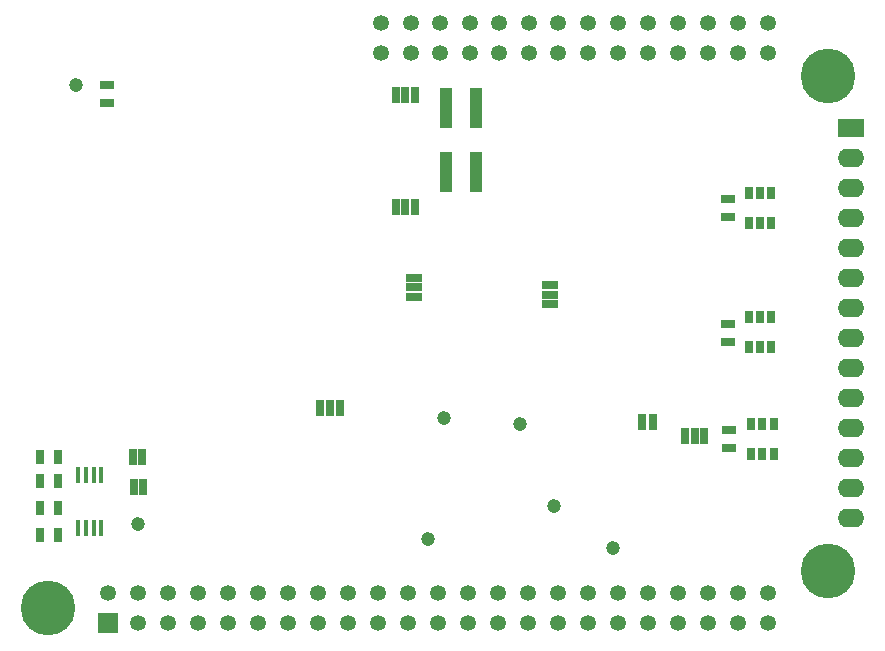
<source format=gbs>
G04 (created by PCBNEW (2013-05-31 BZR 4019)-stable) date 1/2/2014 5:42:18 PM*
%MOIN*%
G04 Gerber Fmt 3.4, Leading zero omitted, Abs format*
%FSLAX34Y34*%
G01*
G70*
G90*
G04 APERTURE LIST*
%ADD10C,0.00590551*%
%ADD11R,0.027X0.052*%
%ADD12R,0.018X0.052*%
%ADD13R,0.027X0.047*%
%ADD14C,0.047*%
%ADD15R,0.0316X0.0434*%
%ADD16R,0.047X0.027*%
%ADD17R,0.0886X0.062*%
%ADD18O,0.0886X0.062*%
%ADD19C,0.0532*%
%ADD20C,0.182*%
%ADD21R,0.067X0.067*%
%ADD22R,0.0421575X0.137827*%
%ADD23R,0.052X0.027*%
G04 APERTURE END LIST*
G54D10*
G54D11*
X-23182Y-12700D03*
X-22863Y-12700D03*
X-23157Y-13700D03*
X-22838Y-13700D03*
X-4770Y-12000D03*
X-4450Y-12000D03*
X-4130Y-12000D03*
G54D12*
X-25010Y-13325D03*
X-24755Y-13325D03*
X-24495Y-13325D03*
X-24240Y-13325D03*
X-24240Y-15075D03*
X-24495Y-15075D03*
X-24755Y-15075D03*
X-25010Y-15075D03*
G54D11*
X-6202Y-11550D03*
X-5848Y-11550D03*
G54D13*
X-26275Y-15325D03*
X-25675Y-15325D03*
X-26275Y-13525D03*
X-25675Y-13525D03*
X-26275Y-14425D03*
X-25675Y-14425D03*
X-26275Y-12700D03*
X-25675Y-12700D03*
G54D14*
X-23000Y-14940D03*
X-9159Y-14340D03*
X-13350Y-15450D03*
X-7190Y-15760D03*
X-12825Y-11425D03*
X-25080Y-300D03*
G54D15*
X-1900Y-8050D03*
X-2275Y-8050D03*
X-2650Y-8050D03*
X-2650Y-9050D03*
X-2275Y-9050D03*
X-1900Y-9050D03*
X-1825Y-11600D03*
X-2200Y-11600D03*
X-2575Y-11600D03*
X-2575Y-12600D03*
X-2200Y-12600D03*
X-1825Y-12600D03*
X-1900Y-3900D03*
X-2275Y-3900D03*
X-2650Y-3900D03*
X-2650Y-4900D03*
X-2275Y-4900D03*
X-1900Y-4900D03*
G54D11*
X-16290Y-11070D03*
X-16610Y-11070D03*
X-16930Y-11070D03*
G54D16*
X-24030Y-310D03*
X-24030Y-910D03*
G54D14*
X-10275Y-11625D03*
G54D16*
X-3350Y-8275D03*
X-3350Y-8875D03*
X-3350Y-4100D03*
X-3350Y-4700D03*
X-3325Y-11825D03*
X-3325Y-12425D03*
G54D17*
X750Y-1750D03*
G54D18*
X750Y-2750D03*
X750Y-3750D03*
X750Y-4750D03*
X750Y-5750D03*
X750Y-6750D03*
X750Y-7750D03*
X750Y-8750D03*
X750Y-9750D03*
X750Y-10750D03*
X750Y-11750D03*
X750Y-12750D03*
X750Y-13750D03*
X750Y-14750D03*
G54D19*
X-11937Y1750D03*
X-11937Y750D03*
X-12937Y1750D03*
X-12937Y750D03*
X-13921Y750D03*
X-13921Y1750D03*
X-14905Y1750D03*
X-14905Y750D03*
X-10968Y750D03*
X-10968Y1750D03*
X-9984Y1750D03*
X-9984Y750D03*
G54D20*
X0Y-16500D03*
X-26000Y-17750D03*
X0Y0D03*
G54D21*
X-24000Y-18250D03*
G54D19*
X-24000Y-17250D03*
X-23000Y-18250D03*
X-23000Y-17250D03*
X-22000Y-18250D03*
X-22000Y-17250D03*
X-21000Y-18250D03*
X-21000Y-17250D03*
X-20000Y-18250D03*
X-20000Y-17250D03*
X-19000Y-18250D03*
X-19000Y-17250D03*
X-18000Y-18250D03*
X-18000Y-17250D03*
X-17000Y-18250D03*
X-17000Y-17250D03*
X-16000Y-18250D03*
X-16000Y-17250D03*
X-15000Y-18250D03*
X-15000Y-17250D03*
X-14000Y-18250D03*
X-14000Y-17250D03*
X-13000Y-18250D03*
X-13000Y-17250D03*
X-12000Y-18250D03*
X-12000Y-17250D03*
X-11000Y-18250D03*
X-11000Y-17250D03*
X-10000Y-18250D03*
X-10000Y-17250D03*
X-9000Y-18250D03*
X-9000Y-17250D03*
X-8000Y-18250D03*
X-8000Y-17250D03*
X-7000Y-18250D03*
X-7000Y-17250D03*
X-6000Y-18250D03*
X-6000Y-17250D03*
X-5000Y-18250D03*
X-5000Y-17250D03*
X-4000Y-18250D03*
X-4000Y-17250D03*
X-3000Y-18250D03*
X-3000Y-17250D03*
X-2000Y-18250D03*
X-2000Y-17250D03*
X-9000Y750D03*
X-9000Y1750D03*
X-8000Y750D03*
X-8000Y1750D03*
X-7000Y750D03*
X-7000Y1750D03*
X-6000Y750D03*
X-6000Y1750D03*
X-5000Y750D03*
X-5000Y1750D03*
X-4000Y750D03*
X-4000Y1750D03*
X-3000Y750D03*
X-3000Y1750D03*
X-2000Y750D03*
X-2000Y1750D03*
G54D22*
X-12750Y-1077D03*
X-12750Y-3222D03*
X-11750Y-1077D03*
X-11750Y-3222D03*
G54D23*
X-13825Y-7370D03*
X-13825Y-7050D03*
X-13825Y-6730D03*
G54D11*
X-13780Y-4375D03*
X-14100Y-4375D03*
X-14420Y-4375D03*
X-13780Y-650D03*
X-14100Y-650D03*
X-14420Y-650D03*
G54D23*
X-9275Y-7620D03*
X-9275Y-7300D03*
X-9275Y-6980D03*
M02*

</source>
